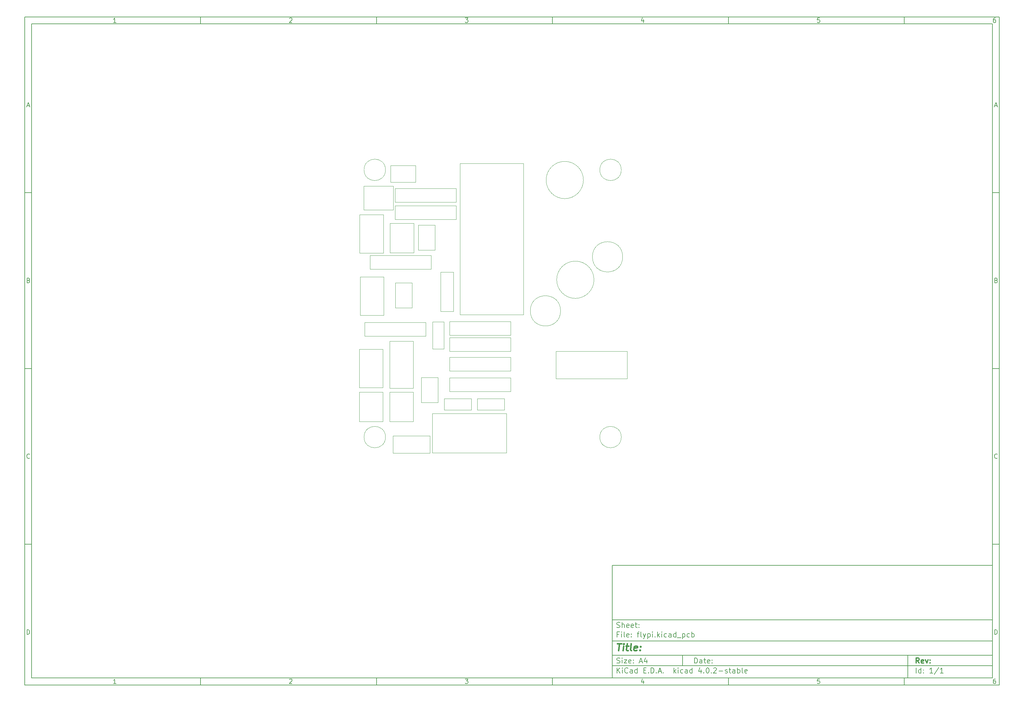
<source format=gbr>
G04 #@! TF.FileFunction,Other,User*
%FSLAX46Y46*%
G04 Gerber Fmt 4.6, Leading zero omitted, Abs format (unit mm)*
G04 Created by KiCad (PCBNEW 4.0.2-stable) date 09/03/2018 10:42:28*
%MOMM*%
G01*
G04 APERTURE LIST*
%ADD10C,0.100000*%
%ADD11C,0.150000*%
%ADD12C,0.300000*%
%ADD13C,0.400000*%
%ADD14C,0.050000*%
G04 APERTURE END LIST*
D10*
D11*
X177002200Y-166007200D02*
X177002200Y-198007200D01*
X285002200Y-198007200D01*
X285002200Y-166007200D01*
X177002200Y-166007200D01*
D10*
D11*
X10000000Y-10000000D02*
X10000000Y-200007200D01*
X287002200Y-200007200D01*
X287002200Y-10000000D01*
X10000000Y-10000000D01*
D10*
D11*
X12000000Y-12000000D02*
X12000000Y-198007200D01*
X285002200Y-198007200D01*
X285002200Y-12000000D01*
X12000000Y-12000000D01*
D10*
D11*
X60000000Y-12000000D02*
X60000000Y-10000000D01*
D10*
D11*
X110000000Y-12000000D02*
X110000000Y-10000000D01*
D10*
D11*
X160000000Y-12000000D02*
X160000000Y-10000000D01*
D10*
D11*
X210000000Y-12000000D02*
X210000000Y-10000000D01*
D10*
D11*
X260000000Y-12000000D02*
X260000000Y-10000000D01*
D10*
D11*
X35990476Y-11588095D02*
X35247619Y-11588095D01*
X35619048Y-11588095D02*
X35619048Y-10288095D01*
X35495238Y-10473810D01*
X35371429Y-10597619D01*
X35247619Y-10659524D01*
D10*
D11*
X85247619Y-10411905D02*
X85309524Y-10350000D01*
X85433333Y-10288095D01*
X85742857Y-10288095D01*
X85866667Y-10350000D01*
X85928571Y-10411905D01*
X85990476Y-10535714D01*
X85990476Y-10659524D01*
X85928571Y-10845238D01*
X85185714Y-11588095D01*
X85990476Y-11588095D01*
D10*
D11*
X135185714Y-10288095D02*
X135990476Y-10288095D01*
X135557143Y-10783333D01*
X135742857Y-10783333D01*
X135866667Y-10845238D01*
X135928571Y-10907143D01*
X135990476Y-11030952D01*
X135990476Y-11340476D01*
X135928571Y-11464286D01*
X135866667Y-11526190D01*
X135742857Y-11588095D01*
X135371429Y-11588095D01*
X135247619Y-11526190D01*
X135185714Y-11464286D01*
D10*
D11*
X185866667Y-10721429D02*
X185866667Y-11588095D01*
X185557143Y-10226190D02*
X185247619Y-11154762D01*
X186052381Y-11154762D01*
D10*
D11*
X235928571Y-10288095D02*
X235309524Y-10288095D01*
X235247619Y-10907143D01*
X235309524Y-10845238D01*
X235433333Y-10783333D01*
X235742857Y-10783333D01*
X235866667Y-10845238D01*
X235928571Y-10907143D01*
X235990476Y-11030952D01*
X235990476Y-11340476D01*
X235928571Y-11464286D01*
X235866667Y-11526190D01*
X235742857Y-11588095D01*
X235433333Y-11588095D01*
X235309524Y-11526190D01*
X235247619Y-11464286D01*
D10*
D11*
X285866667Y-10288095D02*
X285619048Y-10288095D01*
X285495238Y-10350000D01*
X285433333Y-10411905D01*
X285309524Y-10597619D01*
X285247619Y-10845238D01*
X285247619Y-11340476D01*
X285309524Y-11464286D01*
X285371429Y-11526190D01*
X285495238Y-11588095D01*
X285742857Y-11588095D01*
X285866667Y-11526190D01*
X285928571Y-11464286D01*
X285990476Y-11340476D01*
X285990476Y-11030952D01*
X285928571Y-10907143D01*
X285866667Y-10845238D01*
X285742857Y-10783333D01*
X285495238Y-10783333D01*
X285371429Y-10845238D01*
X285309524Y-10907143D01*
X285247619Y-11030952D01*
D10*
D11*
X60000000Y-198007200D02*
X60000000Y-200007200D01*
D10*
D11*
X110000000Y-198007200D02*
X110000000Y-200007200D01*
D10*
D11*
X160000000Y-198007200D02*
X160000000Y-200007200D01*
D10*
D11*
X210000000Y-198007200D02*
X210000000Y-200007200D01*
D10*
D11*
X260000000Y-198007200D02*
X260000000Y-200007200D01*
D10*
D11*
X35990476Y-199595295D02*
X35247619Y-199595295D01*
X35619048Y-199595295D02*
X35619048Y-198295295D01*
X35495238Y-198481010D01*
X35371429Y-198604819D01*
X35247619Y-198666724D01*
D10*
D11*
X85247619Y-198419105D02*
X85309524Y-198357200D01*
X85433333Y-198295295D01*
X85742857Y-198295295D01*
X85866667Y-198357200D01*
X85928571Y-198419105D01*
X85990476Y-198542914D01*
X85990476Y-198666724D01*
X85928571Y-198852438D01*
X85185714Y-199595295D01*
X85990476Y-199595295D01*
D10*
D11*
X135185714Y-198295295D02*
X135990476Y-198295295D01*
X135557143Y-198790533D01*
X135742857Y-198790533D01*
X135866667Y-198852438D01*
X135928571Y-198914343D01*
X135990476Y-199038152D01*
X135990476Y-199347676D01*
X135928571Y-199471486D01*
X135866667Y-199533390D01*
X135742857Y-199595295D01*
X135371429Y-199595295D01*
X135247619Y-199533390D01*
X135185714Y-199471486D01*
D10*
D11*
X185866667Y-198728629D02*
X185866667Y-199595295D01*
X185557143Y-198233390D02*
X185247619Y-199161962D01*
X186052381Y-199161962D01*
D10*
D11*
X235928571Y-198295295D02*
X235309524Y-198295295D01*
X235247619Y-198914343D01*
X235309524Y-198852438D01*
X235433333Y-198790533D01*
X235742857Y-198790533D01*
X235866667Y-198852438D01*
X235928571Y-198914343D01*
X235990476Y-199038152D01*
X235990476Y-199347676D01*
X235928571Y-199471486D01*
X235866667Y-199533390D01*
X235742857Y-199595295D01*
X235433333Y-199595295D01*
X235309524Y-199533390D01*
X235247619Y-199471486D01*
D10*
D11*
X285866667Y-198295295D02*
X285619048Y-198295295D01*
X285495238Y-198357200D01*
X285433333Y-198419105D01*
X285309524Y-198604819D01*
X285247619Y-198852438D01*
X285247619Y-199347676D01*
X285309524Y-199471486D01*
X285371429Y-199533390D01*
X285495238Y-199595295D01*
X285742857Y-199595295D01*
X285866667Y-199533390D01*
X285928571Y-199471486D01*
X285990476Y-199347676D01*
X285990476Y-199038152D01*
X285928571Y-198914343D01*
X285866667Y-198852438D01*
X285742857Y-198790533D01*
X285495238Y-198790533D01*
X285371429Y-198852438D01*
X285309524Y-198914343D01*
X285247619Y-199038152D01*
D10*
D11*
X10000000Y-60000000D02*
X12000000Y-60000000D01*
D10*
D11*
X10000000Y-110000000D02*
X12000000Y-110000000D01*
D10*
D11*
X10000000Y-160000000D02*
X12000000Y-160000000D01*
D10*
D11*
X10690476Y-35216667D02*
X11309524Y-35216667D01*
X10566667Y-35588095D02*
X11000000Y-34288095D01*
X11433333Y-35588095D01*
D10*
D11*
X11092857Y-84907143D02*
X11278571Y-84969048D01*
X11340476Y-85030952D01*
X11402381Y-85154762D01*
X11402381Y-85340476D01*
X11340476Y-85464286D01*
X11278571Y-85526190D01*
X11154762Y-85588095D01*
X10659524Y-85588095D01*
X10659524Y-84288095D01*
X11092857Y-84288095D01*
X11216667Y-84350000D01*
X11278571Y-84411905D01*
X11340476Y-84535714D01*
X11340476Y-84659524D01*
X11278571Y-84783333D01*
X11216667Y-84845238D01*
X11092857Y-84907143D01*
X10659524Y-84907143D01*
D10*
D11*
X11402381Y-135464286D02*
X11340476Y-135526190D01*
X11154762Y-135588095D01*
X11030952Y-135588095D01*
X10845238Y-135526190D01*
X10721429Y-135402381D01*
X10659524Y-135278571D01*
X10597619Y-135030952D01*
X10597619Y-134845238D01*
X10659524Y-134597619D01*
X10721429Y-134473810D01*
X10845238Y-134350000D01*
X11030952Y-134288095D01*
X11154762Y-134288095D01*
X11340476Y-134350000D01*
X11402381Y-134411905D01*
D10*
D11*
X10659524Y-185588095D02*
X10659524Y-184288095D01*
X10969048Y-184288095D01*
X11154762Y-184350000D01*
X11278571Y-184473810D01*
X11340476Y-184597619D01*
X11402381Y-184845238D01*
X11402381Y-185030952D01*
X11340476Y-185278571D01*
X11278571Y-185402381D01*
X11154762Y-185526190D01*
X10969048Y-185588095D01*
X10659524Y-185588095D01*
D10*
D11*
X287002200Y-60000000D02*
X285002200Y-60000000D01*
D10*
D11*
X287002200Y-110000000D02*
X285002200Y-110000000D01*
D10*
D11*
X287002200Y-160000000D02*
X285002200Y-160000000D01*
D10*
D11*
X285692676Y-35216667D02*
X286311724Y-35216667D01*
X285568867Y-35588095D02*
X286002200Y-34288095D01*
X286435533Y-35588095D01*
D10*
D11*
X286095057Y-84907143D02*
X286280771Y-84969048D01*
X286342676Y-85030952D01*
X286404581Y-85154762D01*
X286404581Y-85340476D01*
X286342676Y-85464286D01*
X286280771Y-85526190D01*
X286156962Y-85588095D01*
X285661724Y-85588095D01*
X285661724Y-84288095D01*
X286095057Y-84288095D01*
X286218867Y-84350000D01*
X286280771Y-84411905D01*
X286342676Y-84535714D01*
X286342676Y-84659524D01*
X286280771Y-84783333D01*
X286218867Y-84845238D01*
X286095057Y-84907143D01*
X285661724Y-84907143D01*
D10*
D11*
X286404581Y-135464286D02*
X286342676Y-135526190D01*
X286156962Y-135588095D01*
X286033152Y-135588095D01*
X285847438Y-135526190D01*
X285723629Y-135402381D01*
X285661724Y-135278571D01*
X285599819Y-135030952D01*
X285599819Y-134845238D01*
X285661724Y-134597619D01*
X285723629Y-134473810D01*
X285847438Y-134350000D01*
X286033152Y-134288095D01*
X286156962Y-134288095D01*
X286342676Y-134350000D01*
X286404581Y-134411905D01*
D10*
D11*
X285661724Y-185588095D02*
X285661724Y-184288095D01*
X285971248Y-184288095D01*
X286156962Y-184350000D01*
X286280771Y-184473810D01*
X286342676Y-184597619D01*
X286404581Y-184845238D01*
X286404581Y-185030952D01*
X286342676Y-185278571D01*
X286280771Y-185402381D01*
X286156962Y-185526190D01*
X285971248Y-185588095D01*
X285661724Y-185588095D01*
D10*
D11*
X200359343Y-193785771D02*
X200359343Y-192285771D01*
X200716486Y-192285771D01*
X200930771Y-192357200D01*
X201073629Y-192500057D01*
X201145057Y-192642914D01*
X201216486Y-192928629D01*
X201216486Y-193142914D01*
X201145057Y-193428629D01*
X201073629Y-193571486D01*
X200930771Y-193714343D01*
X200716486Y-193785771D01*
X200359343Y-193785771D01*
X202502200Y-193785771D02*
X202502200Y-193000057D01*
X202430771Y-192857200D01*
X202287914Y-192785771D01*
X202002200Y-192785771D01*
X201859343Y-192857200D01*
X202502200Y-193714343D02*
X202359343Y-193785771D01*
X202002200Y-193785771D01*
X201859343Y-193714343D01*
X201787914Y-193571486D01*
X201787914Y-193428629D01*
X201859343Y-193285771D01*
X202002200Y-193214343D01*
X202359343Y-193214343D01*
X202502200Y-193142914D01*
X203002200Y-192785771D02*
X203573629Y-192785771D01*
X203216486Y-192285771D02*
X203216486Y-193571486D01*
X203287914Y-193714343D01*
X203430772Y-193785771D01*
X203573629Y-193785771D01*
X204645057Y-193714343D02*
X204502200Y-193785771D01*
X204216486Y-193785771D01*
X204073629Y-193714343D01*
X204002200Y-193571486D01*
X204002200Y-193000057D01*
X204073629Y-192857200D01*
X204216486Y-192785771D01*
X204502200Y-192785771D01*
X204645057Y-192857200D01*
X204716486Y-193000057D01*
X204716486Y-193142914D01*
X204002200Y-193285771D01*
X205359343Y-193642914D02*
X205430771Y-193714343D01*
X205359343Y-193785771D01*
X205287914Y-193714343D01*
X205359343Y-193642914D01*
X205359343Y-193785771D01*
X205359343Y-192857200D02*
X205430771Y-192928629D01*
X205359343Y-193000057D01*
X205287914Y-192928629D01*
X205359343Y-192857200D01*
X205359343Y-193000057D01*
D10*
D11*
X177002200Y-194507200D02*
X285002200Y-194507200D01*
D10*
D11*
X178359343Y-196585771D02*
X178359343Y-195085771D01*
X179216486Y-196585771D02*
X178573629Y-195728629D01*
X179216486Y-195085771D02*
X178359343Y-195942914D01*
X179859343Y-196585771D02*
X179859343Y-195585771D01*
X179859343Y-195085771D02*
X179787914Y-195157200D01*
X179859343Y-195228629D01*
X179930771Y-195157200D01*
X179859343Y-195085771D01*
X179859343Y-195228629D01*
X181430772Y-196442914D02*
X181359343Y-196514343D01*
X181145057Y-196585771D01*
X181002200Y-196585771D01*
X180787915Y-196514343D01*
X180645057Y-196371486D01*
X180573629Y-196228629D01*
X180502200Y-195942914D01*
X180502200Y-195728629D01*
X180573629Y-195442914D01*
X180645057Y-195300057D01*
X180787915Y-195157200D01*
X181002200Y-195085771D01*
X181145057Y-195085771D01*
X181359343Y-195157200D01*
X181430772Y-195228629D01*
X182716486Y-196585771D02*
X182716486Y-195800057D01*
X182645057Y-195657200D01*
X182502200Y-195585771D01*
X182216486Y-195585771D01*
X182073629Y-195657200D01*
X182716486Y-196514343D02*
X182573629Y-196585771D01*
X182216486Y-196585771D01*
X182073629Y-196514343D01*
X182002200Y-196371486D01*
X182002200Y-196228629D01*
X182073629Y-196085771D01*
X182216486Y-196014343D01*
X182573629Y-196014343D01*
X182716486Y-195942914D01*
X184073629Y-196585771D02*
X184073629Y-195085771D01*
X184073629Y-196514343D02*
X183930772Y-196585771D01*
X183645058Y-196585771D01*
X183502200Y-196514343D01*
X183430772Y-196442914D01*
X183359343Y-196300057D01*
X183359343Y-195871486D01*
X183430772Y-195728629D01*
X183502200Y-195657200D01*
X183645058Y-195585771D01*
X183930772Y-195585771D01*
X184073629Y-195657200D01*
X185930772Y-195800057D02*
X186430772Y-195800057D01*
X186645058Y-196585771D02*
X185930772Y-196585771D01*
X185930772Y-195085771D01*
X186645058Y-195085771D01*
X187287915Y-196442914D02*
X187359343Y-196514343D01*
X187287915Y-196585771D01*
X187216486Y-196514343D01*
X187287915Y-196442914D01*
X187287915Y-196585771D01*
X188002201Y-196585771D02*
X188002201Y-195085771D01*
X188359344Y-195085771D01*
X188573629Y-195157200D01*
X188716487Y-195300057D01*
X188787915Y-195442914D01*
X188859344Y-195728629D01*
X188859344Y-195942914D01*
X188787915Y-196228629D01*
X188716487Y-196371486D01*
X188573629Y-196514343D01*
X188359344Y-196585771D01*
X188002201Y-196585771D01*
X189502201Y-196442914D02*
X189573629Y-196514343D01*
X189502201Y-196585771D01*
X189430772Y-196514343D01*
X189502201Y-196442914D01*
X189502201Y-196585771D01*
X190145058Y-196157200D02*
X190859344Y-196157200D01*
X190002201Y-196585771D02*
X190502201Y-195085771D01*
X191002201Y-196585771D01*
X191502201Y-196442914D02*
X191573629Y-196514343D01*
X191502201Y-196585771D01*
X191430772Y-196514343D01*
X191502201Y-196442914D01*
X191502201Y-196585771D01*
X194502201Y-196585771D02*
X194502201Y-195085771D01*
X194645058Y-196014343D02*
X195073629Y-196585771D01*
X195073629Y-195585771D02*
X194502201Y-196157200D01*
X195716487Y-196585771D02*
X195716487Y-195585771D01*
X195716487Y-195085771D02*
X195645058Y-195157200D01*
X195716487Y-195228629D01*
X195787915Y-195157200D01*
X195716487Y-195085771D01*
X195716487Y-195228629D01*
X197073630Y-196514343D02*
X196930773Y-196585771D01*
X196645059Y-196585771D01*
X196502201Y-196514343D01*
X196430773Y-196442914D01*
X196359344Y-196300057D01*
X196359344Y-195871486D01*
X196430773Y-195728629D01*
X196502201Y-195657200D01*
X196645059Y-195585771D01*
X196930773Y-195585771D01*
X197073630Y-195657200D01*
X198359344Y-196585771D02*
X198359344Y-195800057D01*
X198287915Y-195657200D01*
X198145058Y-195585771D01*
X197859344Y-195585771D01*
X197716487Y-195657200D01*
X198359344Y-196514343D02*
X198216487Y-196585771D01*
X197859344Y-196585771D01*
X197716487Y-196514343D01*
X197645058Y-196371486D01*
X197645058Y-196228629D01*
X197716487Y-196085771D01*
X197859344Y-196014343D01*
X198216487Y-196014343D01*
X198359344Y-195942914D01*
X199716487Y-196585771D02*
X199716487Y-195085771D01*
X199716487Y-196514343D02*
X199573630Y-196585771D01*
X199287916Y-196585771D01*
X199145058Y-196514343D01*
X199073630Y-196442914D01*
X199002201Y-196300057D01*
X199002201Y-195871486D01*
X199073630Y-195728629D01*
X199145058Y-195657200D01*
X199287916Y-195585771D01*
X199573630Y-195585771D01*
X199716487Y-195657200D01*
X202216487Y-195585771D02*
X202216487Y-196585771D01*
X201859344Y-195014343D02*
X201502201Y-196085771D01*
X202430773Y-196085771D01*
X203002201Y-196442914D02*
X203073629Y-196514343D01*
X203002201Y-196585771D01*
X202930772Y-196514343D01*
X203002201Y-196442914D01*
X203002201Y-196585771D01*
X204002201Y-195085771D02*
X204145058Y-195085771D01*
X204287915Y-195157200D01*
X204359344Y-195228629D01*
X204430773Y-195371486D01*
X204502201Y-195657200D01*
X204502201Y-196014343D01*
X204430773Y-196300057D01*
X204359344Y-196442914D01*
X204287915Y-196514343D01*
X204145058Y-196585771D01*
X204002201Y-196585771D01*
X203859344Y-196514343D01*
X203787915Y-196442914D01*
X203716487Y-196300057D01*
X203645058Y-196014343D01*
X203645058Y-195657200D01*
X203716487Y-195371486D01*
X203787915Y-195228629D01*
X203859344Y-195157200D01*
X204002201Y-195085771D01*
X205145058Y-196442914D02*
X205216486Y-196514343D01*
X205145058Y-196585771D01*
X205073629Y-196514343D01*
X205145058Y-196442914D01*
X205145058Y-196585771D01*
X205787915Y-195228629D02*
X205859344Y-195157200D01*
X206002201Y-195085771D01*
X206359344Y-195085771D01*
X206502201Y-195157200D01*
X206573630Y-195228629D01*
X206645058Y-195371486D01*
X206645058Y-195514343D01*
X206573630Y-195728629D01*
X205716487Y-196585771D01*
X206645058Y-196585771D01*
X207287915Y-196014343D02*
X208430772Y-196014343D01*
X209073629Y-196514343D02*
X209216486Y-196585771D01*
X209502201Y-196585771D01*
X209645058Y-196514343D01*
X209716486Y-196371486D01*
X209716486Y-196300057D01*
X209645058Y-196157200D01*
X209502201Y-196085771D01*
X209287915Y-196085771D01*
X209145058Y-196014343D01*
X209073629Y-195871486D01*
X209073629Y-195800057D01*
X209145058Y-195657200D01*
X209287915Y-195585771D01*
X209502201Y-195585771D01*
X209645058Y-195657200D01*
X210145058Y-195585771D02*
X210716487Y-195585771D01*
X210359344Y-195085771D02*
X210359344Y-196371486D01*
X210430772Y-196514343D01*
X210573630Y-196585771D01*
X210716487Y-196585771D01*
X211859344Y-196585771D02*
X211859344Y-195800057D01*
X211787915Y-195657200D01*
X211645058Y-195585771D01*
X211359344Y-195585771D01*
X211216487Y-195657200D01*
X211859344Y-196514343D02*
X211716487Y-196585771D01*
X211359344Y-196585771D01*
X211216487Y-196514343D01*
X211145058Y-196371486D01*
X211145058Y-196228629D01*
X211216487Y-196085771D01*
X211359344Y-196014343D01*
X211716487Y-196014343D01*
X211859344Y-195942914D01*
X212573630Y-196585771D02*
X212573630Y-195085771D01*
X212573630Y-195657200D02*
X212716487Y-195585771D01*
X213002201Y-195585771D01*
X213145058Y-195657200D01*
X213216487Y-195728629D01*
X213287916Y-195871486D01*
X213287916Y-196300057D01*
X213216487Y-196442914D01*
X213145058Y-196514343D01*
X213002201Y-196585771D01*
X212716487Y-196585771D01*
X212573630Y-196514343D01*
X214145059Y-196585771D02*
X214002201Y-196514343D01*
X213930773Y-196371486D01*
X213930773Y-195085771D01*
X215287915Y-196514343D02*
X215145058Y-196585771D01*
X214859344Y-196585771D01*
X214716487Y-196514343D01*
X214645058Y-196371486D01*
X214645058Y-195800057D01*
X214716487Y-195657200D01*
X214859344Y-195585771D01*
X215145058Y-195585771D01*
X215287915Y-195657200D01*
X215359344Y-195800057D01*
X215359344Y-195942914D01*
X214645058Y-196085771D01*
D10*
D11*
X177002200Y-191507200D02*
X285002200Y-191507200D01*
D10*
D12*
X264216486Y-193785771D02*
X263716486Y-193071486D01*
X263359343Y-193785771D02*
X263359343Y-192285771D01*
X263930771Y-192285771D01*
X264073629Y-192357200D01*
X264145057Y-192428629D01*
X264216486Y-192571486D01*
X264216486Y-192785771D01*
X264145057Y-192928629D01*
X264073629Y-193000057D01*
X263930771Y-193071486D01*
X263359343Y-193071486D01*
X265430771Y-193714343D02*
X265287914Y-193785771D01*
X265002200Y-193785771D01*
X264859343Y-193714343D01*
X264787914Y-193571486D01*
X264787914Y-193000057D01*
X264859343Y-192857200D01*
X265002200Y-192785771D01*
X265287914Y-192785771D01*
X265430771Y-192857200D01*
X265502200Y-193000057D01*
X265502200Y-193142914D01*
X264787914Y-193285771D01*
X266002200Y-192785771D02*
X266359343Y-193785771D01*
X266716485Y-192785771D01*
X267287914Y-193642914D02*
X267359342Y-193714343D01*
X267287914Y-193785771D01*
X267216485Y-193714343D01*
X267287914Y-193642914D01*
X267287914Y-193785771D01*
X267287914Y-192857200D02*
X267359342Y-192928629D01*
X267287914Y-193000057D01*
X267216485Y-192928629D01*
X267287914Y-192857200D01*
X267287914Y-193000057D01*
D10*
D11*
X178287914Y-193714343D02*
X178502200Y-193785771D01*
X178859343Y-193785771D01*
X179002200Y-193714343D01*
X179073629Y-193642914D01*
X179145057Y-193500057D01*
X179145057Y-193357200D01*
X179073629Y-193214343D01*
X179002200Y-193142914D01*
X178859343Y-193071486D01*
X178573629Y-193000057D01*
X178430771Y-192928629D01*
X178359343Y-192857200D01*
X178287914Y-192714343D01*
X178287914Y-192571486D01*
X178359343Y-192428629D01*
X178430771Y-192357200D01*
X178573629Y-192285771D01*
X178930771Y-192285771D01*
X179145057Y-192357200D01*
X179787914Y-193785771D02*
X179787914Y-192785771D01*
X179787914Y-192285771D02*
X179716485Y-192357200D01*
X179787914Y-192428629D01*
X179859342Y-192357200D01*
X179787914Y-192285771D01*
X179787914Y-192428629D01*
X180359343Y-192785771D02*
X181145057Y-192785771D01*
X180359343Y-193785771D01*
X181145057Y-193785771D01*
X182287914Y-193714343D02*
X182145057Y-193785771D01*
X181859343Y-193785771D01*
X181716486Y-193714343D01*
X181645057Y-193571486D01*
X181645057Y-193000057D01*
X181716486Y-192857200D01*
X181859343Y-192785771D01*
X182145057Y-192785771D01*
X182287914Y-192857200D01*
X182359343Y-193000057D01*
X182359343Y-193142914D01*
X181645057Y-193285771D01*
X183002200Y-193642914D02*
X183073628Y-193714343D01*
X183002200Y-193785771D01*
X182930771Y-193714343D01*
X183002200Y-193642914D01*
X183002200Y-193785771D01*
X183002200Y-192857200D02*
X183073628Y-192928629D01*
X183002200Y-193000057D01*
X182930771Y-192928629D01*
X183002200Y-192857200D01*
X183002200Y-193000057D01*
X184787914Y-193357200D02*
X185502200Y-193357200D01*
X184645057Y-193785771D02*
X185145057Y-192285771D01*
X185645057Y-193785771D01*
X186787914Y-192785771D02*
X186787914Y-193785771D01*
X186430771Y-192214343D02*
X186073628Y-193285771D01*
X187002200Y-193285771D01*
D10*
D11*
X263359343Y-196585771D02*
X263359343Y-195085771D01*
X264716486Y-196585771D02*
X264716486Y-195085771D01*
X264716486Y-196514343D02*
X264573629Y-196585771D01*
X264287915Y-196585771D01*
X264145057Y-196514343D01*
X264073629Y-196442914D01*
X264002200Y-196300057D01*
X264002200Y-195871486D01*
X264073629Y-195728629D01*
X264145057Y-195657200D01*
X264287915Y-195585771D01*
X264573629Y-195585771D01*
X264716486Y-195657200D01*
X265430772Y-196442914D02*
X265502200Y-196514343D01*
X265430772Y-196585771D01*
X265359343Y-196514343D01*
X265430772Y-196442914D01*
X265430772Y-196585771D01*
X265430772Y-195657200D02*
X265502200Y-195728629D01*
X265430772Y-195800057D01*
X265359343Y-195728629D01*
X265430772Y-195657200D01*
X265430772Y-195800057D01*
X268073629Y-196585771D02*
X267216486Y-196585771D01*
X267645058Y-196585771D02*
X267645058Y-195085771D01*
X267502201Y-195300057D01*
X267359343Y-195442914D01*
X267216486Y-195514343D01*
X269787914Y-195014343D02*
X268502200Y-196942914D01*
X271073629Y-196585771D02*
X270216486Y-196585771D01*
X270645058Y-196585771D02*
X270645058Y-195085771D01*
X270502201Y-195300057D01*
X270359343Y-195442914D01*
X270216486Y-195514343D01*
D10*
D11*
X177002200Y-187507200D02*
X285002200Y-187507200D01*
D10*
D13*
X178454581Y-188211962D02*
X179597438Y-188211962D01*
X178776010Y-190211962D02*
X179026010Y-188211962D01*
X180014105Y-190211962D02*
X180180771Y-188878629D01*
X180264105Y-188211962D02*
X180156962Y-188307200D01*
X180240295Y-188402438D01*
X180347439Y-188307200D01*
X180264105Y-188211962D01*
X180240295Y-188402438D01*
X180847438Y-188878629D02*
X181609343Y-188878629D01*
X181216486Y-188211962D02*
X181002200Y-189926248D01*
X181073630Y-190116724D01*
X181252201Y-190211962D01*
X181442677Y-190211962D01*
X182395058Y-190211962D02*
X182216487Y-190116724D01*
X182145057Y-189926248D01*
X182359343Y-188211962D01*
X183930772Y-190116724D02*
X183728391Y-190211962D01*
X183347439Y-190211962D01*
X183168867Y-190116724D01*
X183097438Y-189926248D01*
X183192676Y-189164343D01*
X183311724Y-188973867D01*
X183514105Y-188878629D01*
X183895057Y-188878629D01*
X184073629Y-188973867D01*
X184145057Y-189164343D01*
X184121248Y-189354819D01*
X183145057Y-189545295D01*
X184895057Y-190021486D02*
X184978392Y-190116724D01*
X184871248Y-190211962D01*
X184787915Y-190116724D01*
X184895057Y-190021486D01*
X184871248Y-190211962D01*
X185026010Y-188973867D02*
X185109344Y-189069105D01*
X185002200Y-189164343D01*
X184918867Y-189069105D01*
X185026010Y-188973867D01*
X185002200Y-189164343D01*
D10*
D11*
X178859343Y-185600057D02*
X178359343Y-185600057D01*
X178359343Y-186385771D02*
X178359343Y-184885771D01*
X179073629Y-184885771D01*
X179645057Y-186385771D02*
X179645057Y-185385771D01*
X179645057Y-184885771D02*
X179573628Y-184957200D01*
X179645057Y-185028629D01*
X179716485Y-184957200D01*
X179645057Y-184885771D01*
X179645057Y-185028629D01*
X180573629Y-186385771D02*
X180430771Y-186314343D01*
X180359343Y-186171486D01*
X180359343Y-184885771D01*
X181716485Y-186314343D02*
X181573628Y-186385771D01*
X181287914Y-186385771D01*
X181145057Y-186314343D01*
X181073628Y-186171486D01*
X181073628Y-185600057D01*
X181145057Y-185457200D01*
X181287914Y-185385771D01*
X181573628Y-185385771D01*
X181716485Y-185457200D01*
X181787914Y-185600057D01*
X181787914Y-185742914D01*
X181073628Y-185885771D01*
X182430771Y-186242914D02*
X182502199Y-186314343D01*
X182430771Y-186385771D01*
X182359342Y-186314343D01*
X182430771Y-186242914D01*
X182430771Y-186385771D01*
X182430771Y-185457200D02*
X182502199Y-185528629D01*
X182430771Y-185600057D01*
X182359342Y-185528629D01*
X182430771Y-185457200D01*
X182430771Y-185600057D01*
X184073628Y-185385771D02*
X184645057Y-185385771D01*
X184287914Y-186385771D02*
X184287914Y-185100057D01*
X184359342Y-184957200D01*
X184502200Y-184885771D01*
X184645057Y-184885771D01*
X185359343Y-186385771D02*
X185216485Y-186314343D01*
X185145057Y-186171486D01*
X185145057Y-184885771D01*
X185787914Y-185385771D02*
X186145057Y-186385771D01*
X186502199Y-185385771D02*
X186145057Y-186385771D01*
X186002199Y-186742914D01*
X185930771Y-186814343D01*
X185787914Y-186885771D01*
X187073628Y-185385771D02*
X187073628Y-186885771D01*
X187073628Y-185457200D02*
X187216485Y-185385771D01*
X187502199Y-185385771D01*
X187645056Y-185457200D01*
X187716485Y-185528629D01*
X187787914Y-185671486D01*
X187787914Y-186100057D01*
X187716485Y-186242914D01*
X187645056Y-186314343D01*
X187502199Y-186385771D01*
X187216485Y-186385771D01*
X187073628Y-186314343D01*
X188430771Y-186385771D02*
X188430771Y-185385771D01*
X188430771Y-184885771D02*
X188359342Y-184957200D01*
X188430771Y-185028629D01*
X188502199Y-184957200D01*
X188430771Y-184885771D01*
X188430771Y-185028629D01*
X189145057Y-186242914D02*
X189216485Y-186314343D01*
X189145057Y-186385771D01*
X189073628Y-186314343D01*
X189145057Y-186242914D01*
X189145057Y-186385771D01*
X189859343Y-186385771D02*
X189859343Y-184885771D01*
X190002200Y-185814343D02*
X190430771Y-186385771D01*
X190430771Y-185385771D02*
X189859343Y-185957200D01*
X191073629Y-186385771D02*
X191073629Y-185385771D01*
X191073629Y-184885771D02*
X191002200Y-184957200D01*
X191073629Y-185028629D01*
X191145057Y-184957200D01*
X191073629Y-184885771D01*
X191073629Y-185028629D01*
X192430772Y-186314343D02*
X192287915Y-186385771D01*
X192002201Y-186385771D01*
X191859343Y-186314343D01*
X191787915Y-186242914D01*
X191716486Y-186100057D01*
X191716486Y-185671486D01*
X191787915Y-185528629D01*
X191859343Y-185457200D01*
X192002201Y-185385771D01*
X192287915Y-185385771D01*
X192430772Y-185457200D01*
X193716486Y-186385771D02*
X193716486Y-185600057D01*
X193645057Y-185457200D01*
X193502200Y-185385771D01*
X193216486Y-185385771D01*
X193073629Y-185457200D01*
X193716486Y-186314343D02*
X193573629Y-186385771D01*
X193216486Y-186385771D01*
X193073629Y-186314343D01*
X193002200Y-186171486D01*
X193002200Y-186028629D01*
X193073629Y-185885771D01*
X193216486Y-185814343D01*
X193573629Y-185814343D01*
X193716486Y-185742914D01*
X195073629Y-186385771D02*
X195073629Y-184885771D01*
X195073629Y-186314343D02*
X194930772Y-186385771D01*
X194645058Y-186385771D01*
X194502200Y-186314343D01*
X194430772Y-186242914D01*
X194359343Y-186100057D01*
X194359343Y-185671486D01*
X194430772Y-185528629D01*
X194502200Y-185457200D01*
X194645058Y-185385771D01*
X194930772Y-185385771D01*
X195073629Y-185457200D01*
X195430772Y-186528629D02*
X196573629Y-186528629D01*
X196930772Y-185385771D02*
X196930772Y-186885771D01*
X196930772Y-185457200D02*
X197073629Y-185385771D01*
X197359343Y-185385771D01*
X197502200Y-185457200D01*
X197573629Y-185528629D01*
X197645058Y-185671486D01*
X197645058Y-186100057D01*
X197573629Y-186242914D01*
X197502200Y-186314343D01*
X197359343Y-186385771D01*
X197073629Y-186385771D01*
X196930772Y-186314343D01*
X198930772Y-186314343D02*
X198787915Y-186385771D01*
X198502201Y-186385771D01*
X198359343Y-186314343D01*
X198287915Y-186242914D01*
X198216486Y-186100057D01*
X198216486Y-185671486D01*
X198287915Y-185528629D01*
X198359343Y-185457200D01*
X198502201Y-185385771D01*
X198787915Y-185385771D01*
X198930772Y-185457200D01*
X199573629Y-186385771D02*
X199573629Y-184885771D01*
X199573629Y-185457200D02*
X199716486Y-185385771D01*
X200002200Y-185385771D01*
X200145057Y-185457200D01*
X200216486Y-185528629D01*
X200287915Y-185671486D01*
X200287915Y-186100057D01*
X200216486Y-186242914D01*
X200145057Y-186314343D01*
X200002200Y-186385771D01*
X199716486Y-186385771D01*
X199573629Y-186314343D01*
D10*
D11*
X177002200Y-181507200D02*
X285002200Y-181507200D01*
D10*
D11*
X178287914Y-183614343D02*
X178502200Y-183685771D01*
X178859343Y-183685771D01*
X179002200Y-183614343D01*
X179073629Y-183542914D01*
X179145057Y-183400057D01*
X179145057Y-183257200D01*
X179073629Y-183114343D01*
X179002200Y-183042914D01*
X178859343Y-182971486D01*
X178573629Y-182900057D01*
X178430771Y-182828629D01*
X178359343Y-182757200D01*
X178287914Y-182614343D01*
X178287914Y-182471486D01*
X178359343Y-182328629D01*
X178430771Y-182257200D01*
X178573629Y-182185771D01*
X178930771Y-182185771D01*
X179145057Y-182257200D01*
X179787914Y-183685771D02*
X179787914Y-182185771D01*
X180430771Y-183685771D02*
X180430771Y-182900057D01*
X180359342Y-182757200D01*
X180216485Y-182685771D01*
X180002200Y-182685771D01*
X179859342Y-182757200D01*
X179787914Y-182828629D01*
X181716485Y-183614343D02*
X181573628Y-183685771D01*
X181287914Y-183685771D01*
X181145057Y-183614343D01*
X181073628Y-183471486D01*
X181073628Y-182900057D01*
X181145057Y-182757200D01*
X181287914Y-182685771D01*
X181573628Y-182685771D01*
X181716485Y-182757200D01*
X181787914Y-182900057D01*
X181787914Y-183042914D01*
X181073628Y-183185771D01*
X183002199Y-183614343D02*
X182859342Y-183685771D01*
X182573628Y-183685771D01*
X182430771Y-183614343D01*
X182359342Y-183471486D01*
X182359342Y-182900057D01*
X182430771Y-182757200D01*
X182573628Y-182685771D01*
X182859342Y-182685771D01*
X183002199Y-182757200D01*
X183073628Y-182900057D01*
X183073628Y-183042914D01*
X182359342Y-183185771D01*
X183502199Y-182685771D02*
X184073628Y-182685771D01*
X183716485Y-182185771D02*
X183716485Y-183471486D01*
X183787913Y-183614343D01*
X183930771Y-183685771D01*
X184073628Y-183685771D01*
X184573628Y-183542914D02*
X184645056Y-183614343D01*
X184573628Y-183685771D01*
X184502199Y-183614343D01*
X184573628Y-183542914D01*
X184573628Y-183685771D01*
X184573628Y-182757200D02*
X184645056Y-182828629D01*
X184573628Y-182900057D01*
X184502199Y-182828629D01*
X184573628Y-182757200D01*
X184573628Y-182900057D01*
D10*
D11*
X197002200Y-191507200D02*
X197002200Y-194507200D01*
D10*
D11*
X261002200Y-191507200D02*
X261002200Y-198007200D01*
D14*
X112550000Y-53500000D02*
G75*
G03X112550000Y-53500000I-3050000J0D01*
G01*
X113990000Y-52270000D02*
X121090000Y-52270000D01*
X113990000Y-52270000D02*
X113990000Y-57010000D01*
X121090000Y-57010000D02*
X121090000Y-52270000D01*
X121090000Y-57010000D02*
X113990000Y-57010000D01*
X133728000Y-51652000D02*
X133728000Y-94652000D01*
X151778000Y-51652000D02*
X151778000Y-94652000D01*
X133728000Y-51652000D02*
X151778000Y-51652000D01*
X133728000Y-94652000D02*
X151778000Y-94652000D01*
X168789000Y-56388000D02*
G75*
G03X168789000Y-56388000I-5300000J0D01*
G01*
X171797000Y-84749000D02*
G75*
G03X171797000Y-84749000I-5300000J0D01*
G01*
X179946000Y-78232000D02*
G75*
G03X179946000Y-78232000I-4300000J0D01*
G01*
X162300000Y-93600000D02*
G75*
G03X162300000Y-93600000I-4300000J0D01*
G01*
X125888000Y-122802000D02*
X146888000Y-122802000D01*
X146888000Y-122802000D02*
X146888000Y-133952000D01*
X146888000Y-133952000D02*
X125888000Y-133952000D01*
X125888000Y-133952000D02*
X125888000Y-122802000D01*
X181250000Y-112900000D02*
X160950000Y-112900000D01*
X160950000Y-112900000D02*
X160950000Y-105100000D01*
X160950000Y-105100000D02*
X181250000Y-105100000D01*
X181250000Y-105100000D02*
X181250000Y-112900000D01*
X125138000Y-134068000D02*
X125138000Y-129158000D01*
X125138000Y-129158000D02*
X114638000Y-129158000D01*
X114638000Y-129158000D02*
X114638000Y-134068000D01*
X114638000Y-134068000D02*
X125138000Y-134068000D01*
X121857000Y-76321000D02*
X121857000Y-69221000D01*
X121857000Y-76321000D02*
X126597000Y-76321000D01*
X126597000Y-69221000D02*
X121857000Y-69221000D01*
X126597000Y-69221000D02*
X126597000Y-76321000D01*
X122746000Y-119628000D02*
X122746000Y-112528000D01*
X122746000Y-119628000D02*
X127486000Y-119628000D01*
X127486000Y-112528000D02*
X122746000Y-112528000D01*
X127486000Y-112528000D02*
X127486000Y-119628000D01*
X115380000Y-92704000D02*
X115380000Y-85604000D01*
X115380000Y-92704000D02*
X120120000Y-92704000D01*
X120120000Y-85604000D02*
X115380000Y-85604000D01*
X120120000Y-85604000D02*
X120120000Y-92704000D01*
X131848000Y-93748000D02*
X131848000Y-82548000D01*
X131848000Y-82548000D02*
X128248000Y-82548000D01*
X128248000Y-82548000D02*
X128248000Y-93748000D01*
X128248000Y-93748000D02*
X131848000Y-93748000D01*
X130776000Y-96602000D02*
X130776000Y-100502000D01*
X130776000Y-100502000D02*
X148126000Y-100502000D01*
X148126000Y-100502000D02*
X148126000Y-96602000D01*
X148126000Y-96602000D02*
X130776000Y-96602000D01*
X130776000Y-101174000D02*
X130776000Y-105074000D01*
X130776000Y-105074000D02*
X148126000Y-105074000D01*
X148126000Y-105074000D02*
X148126000Y-101174000D01*
X148126000Y-101174000D02*
X130776000Y-101174000D01*
X130776000Y-106762000D02*
X130776000Y-110662000D01*
X130776000Y-110662000D02*
X148126000Y-110662000D01*
X148126000Y-110662000D02*
X148126000Y-106762000D01*
X148126000Y-106762000D02*
X130776000Y-106762000D01*
X130776000Y-112604000D02*
X130776000Y-116504000D01*
X130776000Y-116504000D02*
X148126000Y-116504000D01*
X148126000Y-116504000D02*
X148126000Y-112604000D01*
X148126000Y-112604000D02*
X130776000Y-112604000D01*
X108170000Y-77806000D02*
X108170000Y-81706000D01*
X108170000Y-81706000D02*
X125520000Y-81706000D01*
X125520000Y-81706000D02*
X125520000Y-77806000D01*
X125520000Y-77806000D02*
X108170000Y-77806000D01*
X123986000Y-100756000D02*
X123986000Y-96856000D01*
X123986000Y-96856000D02*
X106636000Y-96856000D01*
X106636000Y-96856000D02*
X106636000Y-100756000D01*
X106636000Y-100756000D02*
X123986000Y-100756000D01*
X115282000Y-63709000D02*
X115282000Y-67609000D01*
X115282000Y-67609000D02*
X132632000Y-67609000D01*
X132632000Y-67609000D02*
X132632000Y-63709000D01*
X132632000Y-63709000D02*
X115282000Y-63709000D01*
X115282000Y-58756000D02*
X115282000Y-62656000D01*
X115282000Y-62656000D02*
X132632000Y-62656000D01*
X132632000Y-62656000D02*
X132632000Y-58756000D01*
X132632000Y-58756000D02*
X115282000Y-58756000D01*
X112550000Y-129500000D02*
G75*
G03X112550000Y-129500000I-3050000J0D01*
G01*
X111816000Y-116684000D02*
X105066000Y-116684000D01*
X105066000Y-116684000D02*
X105066000Y-125084000D01*
X105066000Y-125084000D02*
X111816000Y-125084000D01*
X111816000Y-125084000D02*
X111816000Y-116684000D01*
X129206000Y-118542000D02*
X129206000Y-121742000D01*
X129206000Y-121742000D02*
X136906000Y-121742000D01*
X136906000Y-121742000D02*
X136906000Y-118542000D01*
X136906000Y-118542000D02*
X129206000Y-118542000D01*
X138604000Y-118542000D02*
X138604000Y-121742000D01*
X138604000Y-121742000D02*
X146304000Y-121742000D01*
X146304000Y-121742000D02*
X146304000Y-118542000D01*
X146304000Y-118542000D02*
X138604000Y-118542000D01*
X120452000Y-116684000D02*
X113702000Y-116684000D01*
X113702000Y-116684000D02*
X113702000Y-125084000D01*
X113702000Y-125084000D02*
X120452000Y-125084000D01*
X120452000Y-125084000D02*
X120452000Y-116684000D01*
X111816000Y-104492000D02*
X105066000Y-104492000D01*
X105066000Y-104492000D02*
X105066000Y-115392000D01*
X105066000Y-115392000D02*
X111816000Y-115392000D01*
X111816000Y-115392000D02*
X111816000Y-104492000D01*
X129108000Y-96694000D02*
X125908000Y-96694000D01*
X125908000Y-96694000D02*
X125908000Y-104394000D01*
X125908000Y-104394000D02*
X129108000Y-104394000D01*
X129108000Y-104394000D02*
X129108000Y-96694000D01*
X120452000Y-102206000D02*
X113702000Y-102206000D01*
X113702000Y-102206000D02*
X113702000Y-115606000D01*
X113702000Y-115606000D02*
X120452000Y-115606000D01*
X120452000Y-115606000D02*
X120452000Y-102206000D01*
X111943000Y-66265000D02*
X105193000Y-66265000D01*
X105193000Y-66265000D02*
X105193000Y-77165000D01*
X105193000Y-77165000D02*
X111943000Y-77165000D01*
X111943000Y-77165000D02*
X111943000Y-66265000D01*
X112070000Y-83918000D02*
X105320000Y-83918000D01*
X105320000Y-83918000D02*
X105320000Y-94818000D01*
X105320000Y-94818000D02*
X112070000Y-94818000D01*
X112070000Y-94818000D02*
X112070000Y-83918000D01*
X120579000Y-68678000D02*
X113829000Y-68678000D01*
X113829000Y-68678000D02*
X113829000Y-77078000D01*
X113829000Y-77078000D02*
X120579000Y-77078000D01*
X120579000Y-77078000D02*
X120579000Y-68678000D01*
X106397000Y-58110000D02*
X106397000Y-64860000D01*
X106397000Y-64860000D02*
X114797000Y-64860000D01*
X114797000Y-64860000D02*
X114797000Y-58110000D01*
X114797000Y-58110000D02*
X106397000Y-58110000D01*
X179550000Y-53500000D02*
G75*
G03X179550000Y-53500000I-3050000J0D01*
G01*
X179550000Y-129500000D02*
G75*
G03X179550000Y-129500000I-3050000J0D01*
G01*
M02*

</source>
